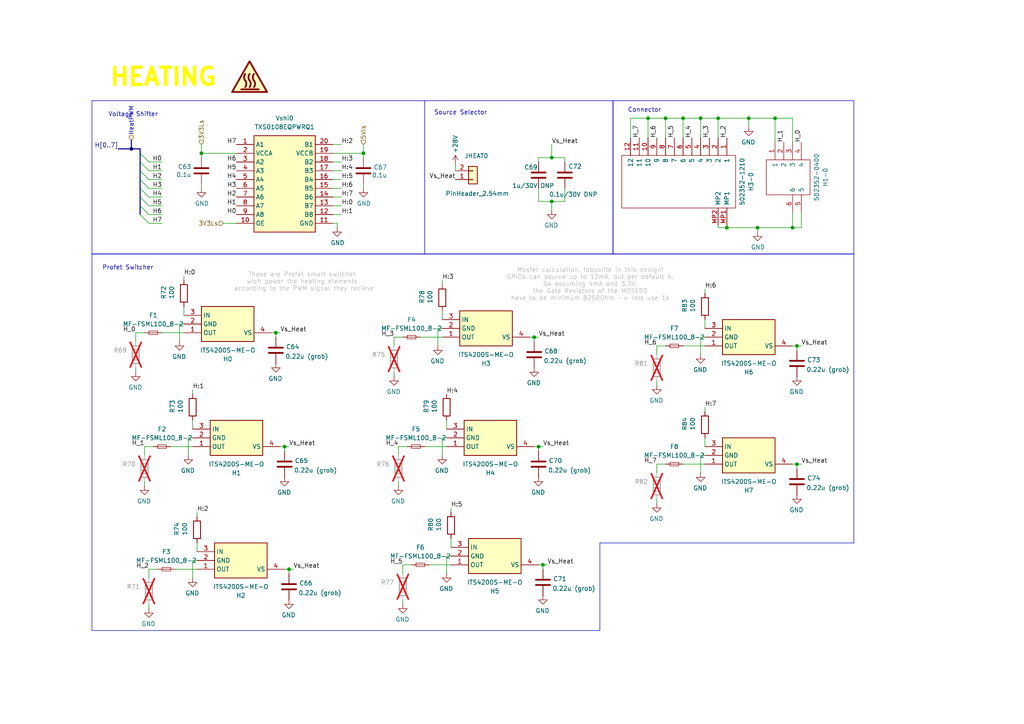
<source format=kicad_sch>
(kicad_sch (version 20231120) (generator "eeschema") (generator_version "8.0")
  (paper "A4")
  (lib_symbols
    (symbol "Connector_Generic:Conn_01x02" (pin_names (offset 1.016) hide)
      (property "Reference" "J" (at 0 2.54 0))
      (property "Value" "Conn_01x02" (at 0 -5.08 0))
      (symbol "Conn_01x02_1_1"
        (rectangle (start -1.27 -2.413) (end 0 -2.667) (stroke (width 0.1524)))
        (rectangle (start -1.27 0.127) (end 0 -0.127) (stroke (width 0.1524)))
        (rectangle (start -1.27 1.27) (end 1.27 -3.81) (stroke (width 0.254)) (fill (type background)))
        (pin passive line (at -5.08 0 0) (length 3.81) (name "Pin_1") (number "1"))
        (pin passive line (at -5.08 -2.54 0) (length 3.81) (name "Pin_2") (number "2"))
      )
    )
    (symbol "Device:C" (pin_numbers hide) (pin_names (offset 0.254))
      (property "Reference" "C" (at 0.635 2.54 0))
      (property "Value" "C" (at 0.635 -2.54 0))
      (symbol "C_0_1"
        (polyline (pts (xy -2.032 -0.762) (xy 2.032 -0.762)) (stroke (width 0.508)))
        (polyline (pts (xy -2.032 0.762) (xy 2.032 0.762)) (stroke (width 0.508)))
      )
      (symbol "C_1_1"
        (pin passive line (at 0 3.81 270) (length 2.794) (name "~") (number "1"))
        (pin passive line (at 0 -3.81 90) (length 2.794) (name "~") (number "2"))
      )
    )
    (symbol "Device:Fuse_Small" (pin_numbers hide) (pin_names (offset 0.254) hide)
      (property "Reference" "F" (at 0 -1.524 0))
      (property "Value" "Fuse_Small" (at 0 1.524 0))
      (symbol "Fuse_Small_0_1"
        (rectangle (start -1.27 0.508) (end 1.27 -0.508))
        (polyline (pts (xy -1.27 0) (xy 1.27 0)))
      )
      (symbol "Fuse_Small_1_1"
        (pin passive line (at -2.54 0 0) (length 1.27) (name "~") (number "1"))
        (pin passive line (at 2.54 0 180) (length 1.27) (name "~") (number "2"))
      )
    )
    (symbol "Device:Heater" (pin_numbers hide) (pin_names (offset 0))
      (property "Reference" "R" (at 2.032 0 90))
      (property "Value" "Heater" (at -2.032 0 90))
      (symbol "Heater_0_1"
        (rectangle (start -1.016 -2.54) (end 1.016 2.54) (stroke (width 0.254)))
        (polyline (pts (xy -1.016 1.524) (xy 1.016 1.524)))
        (polyline (pts (xy 1.016 -1.524) (xy -1.016 -1.524)))
        (polyline (pts (xy 1.016 -0.508) (xy -1.016 -0.508)))
        (polyline (pts (xy 1.016 0.508) (xy -1.016 0.508)))
      )
      (symbol "Heater_1_1"
        (pin passive line (at 0 3.81 270) (length 1.27) (name "~") (number "1"))
        (pin passive line (at 0 -3.81 90) (length 1.27) (name "~") (number "2"))
      )
    )
    (symbol "Device:R" (pin_numbers hide) (pin_names (offset 0))
      (property "Reference" "R" (at 2.032 0 90))
      (property "Value" "R" (at 0 0 90))
      (symbol "R_0_1"
        (rectangle (start -1.016 -2.54) (end 1.016 2.54) (stroke (width 0.254)))
      )
      (symbol "R_1_1"
        (pin passive line (at 0 3.81 270) (length 1.27) (name "~") (number "1"))
        (pin passive line (at 0 -3.81 90) (length 1.27) (name "~") (number "2"))
      )
    )
    (symbol "Graphic:SYM_Hot_Large" (on_board no)
      (symbol "SYM_Hot_Large_0_1"
        (arc (start -1.27 -3.683) (mid -0.9449 -2.728) (end -1.27 -1.778) (stroke (width 0.508)))
        (arc (start -1.27 0.127) (mid -1.5951 -0.828) (end -1.27 -1.778) (stroke (width 0.508)))
        (arc (start 0 -3.683) (mid 0.3251 -2.728) (end 0 -1.778) (stroke (width 0.508)))
        (polyline (pts (xy -2.413 -4.318) (xy 2.667 -4.318)) (stroke (width 0.508)))
        (polyline (pts (xy -5.08 -5.08) (xy 5.08 -5.08) (xy 0 3.81) (xy -5.08 -5.08)) (stroke (width 0.508)) (fill (type background)))
        (arc (start 0 0.127) (mid -0.3251 -0.828) (end 0 -1.778) (stroke (width 0.508)))
        (arc (start 1.27 -3.683) (mid 1.5951 -2.728) (end 1.27 -1.778) (stroke (width 0.508)))
        (arc (start 1.27 0.127) (mid 0.9449 -0.828) (end 1.27 -1.778) (stroke (width 0.508)))
      )
    )
    (symbol "SamacSys_Parts:502352-0400" (pin_names (offset 0.762))
      (property "Reference" "J" (at 16.51 7.62 0))
      (property "Value" "502352-0400" (at 16.51 5.08 0))
      (symbol "502352-0400_0_0"
        (pin passive line (at 20.32 -7.62 180) (length 5.08) (name "1") (number "1"))
        (pin passive line (at 20.32 -5.08 180) (length 5.08) (name "2") (number "2"))
        (pin passive line (at 20.32 -2.54 180) (length 5.08) (name "3") (number "3"))
        (pin passive line (at 20.32 0 180) (length 5.08) (name "4") (number "4"))
        (pin passive line (at 0 0 0) (length 5.08) (name "5") (number "5"))
        (pin passive line (at 0 -2.54 0) (length 5.08) (name "6") (number "6"))
      )
      (symbol "502352-0400_0_1"
        (polyline (pts (xy 5.08 2.54) (xy 15.24 2.54) (xy 15.24 -10.16) (xy 5.08 -10.16) (xy 5.08 2.54)) (stroke (width 0.1524)))
      )
    )
    (symbol "SamacSys_Parts:502352-1210" (pin_names (offset 0.762))
      (property "Reference" "J" (at 21.59 7.62 0))
      (property "Value" "502352-1210" (at 21.59 5.08 0))
      (symbol "502352-1210_0_0"
        (pin passive line (at 25.4 0 180) (length 5.08) (name "1") (number "1"))
        (pin passive line (at 25.4 -22.86 180) (length 5.08) (name "10") (number "10"))
        (pin passive line (at 25.4 -25.4 180) (length 5.08) (name "11") (number "11"))
        (pin passive line (at 25.4 -27.94 180) (length 5.08) (name "12") (number "12"))
        (pin passive line (at 25.4 -2.54 180) (length 5.08) (name "2") (number "2"))
        (pin passive line (at 25.4 -5.08 180) (length 5.08) (name "3") (number "3"))
        (pin passive line (at 25.4 -7.62 180) (length 5.08) (name "4") (number "4"))
        (pin passive line (at 25.4 -10.16 180) (length 5.08) (name "5") (number "5"))
        (pin passive line (at 25.4 -12.7 180) (length 5.08) (name "6") (number "6"))
        (pin passive line (at 25.4 -15.24 180) (length 5.08) (name "7") (number "7"))
        (pin passive line (at 25.4 -17.78 180) (length 5.08) (name "8") (number "8"))
        (pin passive line (at 25.4 -20.32 180) (length 5.08) (name "9") (number "9"))
        (pin passive line (at 0 0 0) (length 5.08) (name "MP1") (number "MP1"))
        (pin passive line (at 0 -2.54 0) (length 5.08) (name "MP2") (number "MP2"))
      )
      (symbol "502352-1210_0_1"
        (polyline (pts (xy 5.08 2.54) (xy 20.32 2.54) (xy 20.32 -30.48) (xy 5.08 -30.48) (xy 5.08 2.54)) (stroke (width 0.1524)))
      )
    )
    (symbol "SamacSys_Parts:ITS4200S-ME-O"
      (property "Reference" "IC" (at 21.59 7.62 0))
      (property "Value" "ITS4200S-ME-O" (at 21.59 5.08 0))
      (symbol "ITS4200S-ME-O_1_1"
        (rectangle (start 5.08 2.54) (end 20.32 -7.62) (stroke (width 0.254)) (fill (type background)))
        (pin passive line (at 0 0 0) (length 5.08) (name "OUT") (number "1"))
        (pin passive line (at 0 -2.54 0) (length 5.08) (name "GND") (number "2"))
        (pin passive line (at 0 -5.08 0) (length 5.08) (name "IN") (number "3"))
        (pin passive line (at 25.4 0 180) (length 5.08) (name "VS") (number "4"))
      )
    )
    (symbol "SamacSys_Parts:TXS0108EQPWRQ1"
      (property "Reference" "IC" (at 24.13 7.62 0))
      (property "Value" "TXS0108EQPWRQ1" (at 24.13 5.08 0))
      (symbol "TXS0108EQPWRQ1_1_1"
        (rectangle (start 5.08 2.54) (end 22.86 -25.4) (stroke (width 0.254)) (fill (type background)))
        (pin bidirectional line (at 0 0 0) (length 5.08) (name "A1") (number "1"))
        (pin input line (at 0 -22.86 0) (length 5.08) (name "OE") (number "10"))
        (pin power_in line (at 27.94 -22.86 180) (length 5.08) (name "GND") (number "11"))
        (pin bidirectional line (at 27.94 -20.32 180) (length 5.08) (name "B8") (number "12"))
        (pin bidirectional line (at 27.94 -17.78 180) (length 5.08) (name "B7") (number "13"))
        (pin bidirectional line (at 27.94 -15.24 180) (length 5.08) (name "B6") (number "14"))
        (pin bidirectional line (at 27.94 -12.7 180) (length 5.08) (name "B5") (number "15"))
        (pin bidirectional line (at 27.94 -10.16 180) (length 5.08) (name "B4") (number "16"))
        (pin bidirectional line (at 27.94 -7.62 180) (length 5.08) (name "B3") (number "17"))
        (pin bidirectional line (at 27.94 -5.08 180) (length 5.08) (name "B2") (number "18"))
        (pin power_in line (at 27.94 -2.54 180) (length 5.08) (name "VCCB") (number "19"))
        (pin power_in line (at 0 -2.54 0) (length 5.08) (name "VCCA") (number "2"))
        (pin bidirectional line (at 27.94 0 180) (length 5.08) (name "B1") (number "20"))
        (pin bidirectional line (at 0 -5.08 0) (length 5.08) (name "A2") (number "3"))
        (pin bidirectional line (at 0 -7.62 0) (length 5.08) (name "A3") (number "4"))
        (pin bidirectional line (at 0 -10.16 0) (length 5.08) (name "A4") (number "5"))
        (pin bidirectional line (at 0 -12.7 0) (length 5.08) (name "A5") (number "6"))
        (pin bidirectional line (at 0 -15.24 0) (length 5.08) (name "A6") (number "7"))
        (pin bidirectional line (at 0 -17.78 0) (length 5.08) (name "A7") (number "8"))
        (pin bidirectional line (at 0 -20.32 0) (length 5.08) (name "A8") (number "9"))
      )
    )
    (symbol "power:+28V" (power) (pin_numbers hide) (pin_names (offset 0) hide)
      (property "Value" "+28V" (at 0 3.556 0))
      (symbol "+28V_0_1"
        (polyline (pts (xy -0.762 1.27) (xy 0 2.54)))
        (polyline (pts (xy 0 0) (xy 0 2.54)))
        (polyline (pts (xy 0 2.54) (xy 0.762 1.27)))
      )
      (symbol "+28V_1_1"
        (pin power_in line (at 0 0 90) (length 0) (name "~") (number "1"))
      )
    )
    (symbol "power:GND" (power) (pin_numbers hide) (pin_names (offset 0) hide)
      (property "Value" "GND" (at 0 -3.81 0))
      (symbol "GND_0_1"
        (polyline (pts (xy 0 0) (xy 0 -1.27) (xy 1.27 -1.27) (xy 0 -2.54) (xy -1.27 -1.27) (xy 0 -1.27)))
      )
      (symbol "GND_1_1"
        (pin power_in line (at 0 0 270) (length 0) (name "~") (number "1"))
      )
    )
  )
  (junction (at 80.01 96.52))
  (junction (at 58.42 44.45))
  (junction (at 210.82 66.04))
  (junction (at 224.79 34.29))
  (junction (at 217.17 34.29))
  (junction (at 82.55 129.54))
  (junction (at 198.12 34.29))
  (junction (at 219.71 66.04))
  (junction (at 83.82 165.1))
  (junction (at 156.21 129.54))
  (junction (at 187.96 34.29))
  (junction (at 105.41 44.45))
  (junction (at 208.28 34.29))
  (junction (at 157.48 163.83))
  (junction (at 231.14 100.33))
  (junction (at 38.1 43.18))
  (junction (at 160.02 58.42))
  (junction (at 229.87 66.04))
  (junction (at 160.02 45.72))
  (junction (at 203.2 34.29))
  (junction (at 154.94 97.79))
  (junction (at 231.14 134.62))
  (junction (at 193.04 34.29))
  (bus_entry (at 43.18 52.07) (size -2.54 -2.54))
  (bus_entry (at 43.18 57.15) (size -2.54 -2.54))
  (bus_entry (at 43.18 59.69) (size -2.54 -2.54))
  (bus_entry (at 40.64 44.45) (size 2.54 2.54))
  (bus_entry (at 43.18 49.53) (size -2.54 -2.54))
  (bus_entry (at 43.18 64.77) (size -2.54 -2.54))
  (bus_entry (at 43.18 62.23) (size -2.54 -2.54))
  (bus_entry (at 43.18 54.61) (size -2.54 -2.54))
  (wire (pts (xy 99.06 54.61) (xy 96.52 54.61)))
  (wire (pts (xy 57.15 157.48) (xy 57.15 160.02)))
  (wire (pts (xy 54.61 132.08) (xy 54.61 127)))
  (wire (pts (xy 121.92 97.79) (xy 128.27 97.79)))
  (wire (pts (xy 210.82 66.04) (xy 208.28 66.04)))
  (wire (pts (xy 97.79 64.77) (xy 97.79 66.04)))
  (wire (pts (xy 217.17 36.83) (xy 217.17 34.29)))
  (wire (pts (xy 160.02 58.42) (xy 156.21 58.42)))
  (wire (pts (xy 130.81 156.21) (xy 130.81 158.75)))
  (wire (pts (xy 232.41 66.04) (xy 229.87 66.04)))
  (wire (pts (xy 39.37 107.95) (xy 39.37 106.68)))
  (wire (pts (xy 187.96 34.29) (xy 182.88 34.29)))
  (wire (pts (xy 97.79 64.77) (xy 96.52 64.77)))
  (wire (pts (xy 64.77 64.77) (xy 68.58 64.77)))
  (wire (pts (xy 55.88 167.64) (xy 55.88 162.56)))
  (wire (pts (xy 204.47 127) (xy 204.47 129.54)))
  (wire (pts (xy 99.06 57.15) (xy 96.52 57.15)))
  (wire (pts (xy 129.54 166.37) (xy 129.54 161.29)))
  (wire (pts (xy 219.71 66.04) (xy 219.71 67.31)))
  (wire (pts (xy 46.99 62.23) (xy 43.18 62.23)))
  (wire (pts (xy 39.37 96.52) (xy 41.91 96.52)))
  (wire (pts (xy 157.48 165.1) (xy 157.48 163.83)))
  (bus (pts (xy 40.64 59.69) (xy 40.64 62.23)))
  (polyline (pts (xy 173.99 182.88) (xy 173.99 157.48)))
  (wire (pts (xy 229.87 100.33) (xy 231.14 100.33)))
  (wire (pts (xy 163.83 58.42) (xy 163.83 54.61)))
  (wire (pts (xy 163.83 58.42) (xy 160.02 58.42)))
  (wire (pts (xy 127 95.25) (xy 128.27 95.25)))
  (wire (pts (xy 127 100.33) (xy 127 95.25)))
  (wire (pts (xy 41.91 129.54) (xy 41.91 132.08)))
  (wire (pts (xy 190.5 134.62) (xy 193.04 134.62)))
  (wire (pts (xy 99.06 52.07) (xy 96.52 52.07)))
  (wire (pts (xy 224.79 41.275) (xy 224.79 34.29)))
  (wire (pts (xy 99.06 62.23) (xy 96.52 62.23)))
  (polyline (pts (xy 173.99 157.48) (xy 247.65 157.48)))
  (wire (pts (xy 154.94 129.54) (xy 156.21 129.54)))
  (wire (pts (xy 83.82 166.37) (xy 83.82 165.1)))
  (wire (pts (xy 115.57 140.97) (xy 115.57 139.7)))
  (wire (pts (xy 217.17 34.29) (xy 208.28 34.29)))
  (wire (pts (xy 204.47 92.71) (xy 204.47 95.25)))
  (wire (pts (xy 129.54 121.92) (xy 129.54 124.46)))
  (bus (pts (xy 38.1 43.18) (xy 38.1 40.64)))
  (wire (pts (xy 82.55 129.54) (xy 83.82 129.54)))
  (wire (pts (xy 124.46 163.83) (xy 130.81 163.83)))
  (wire (pts (xy 208.28 66.04) (xy 208.28 65.405)))
  (wire (pts (xy 182.88 40.005) (xy 182.88 34.29)))
  (wire (pts (xy 105.41 44.45) (xy 105.41 45.72)))
  (wire (pts (xy 105.41 41.91) (xy 105.41 44.45)))
  (wire (pts (xy 203.2 137.16) (xy 203.2 132.08)))
  (wire (pts (xy 156.21 129.54) (xy 157.48 129.54)))
  (wire (pts (xy 154.94 97.79) (xy 156.21 97.79)))
  (wire (pts (xy 58.42 53.34) (xy 58.42 54.61)))
  (wire (pts (xy 229.87 134.62) (xy 231.14 134.62)))
  (wire (pts (xy 55.88 121.92) (xy 55.88 124.46)))
  (wire (pts (xy 132.08 47.625) (xy 132.08 49.53)))
  (wire (pts (xy 115.57 129.54) (xy 115.57 132.08)))
  (bus (pts (xy 40.64 57.15) (xy 40.64 59.69)))
  (wire (pts (xy 231.14 101.6) (xy 231.14 100.33)))
  (wire (pts (xy 105.41 53.34) (xy 105.41 54.61)))
  (wire (pts (xy 53.34 88.9) (xy 53.34 91.44)))
  (wire (pts (xy 128.27 127) (xy 129.54 127)))
  (wire (pts (xy 78.74 96.52) (xy 80.01 96.52)))
  (wire (pts (xy 160.02 58.42) (xy 160.02 60.96)))
  (wire (pts (xy 43.18 176.53) (xy 43.18 175.26)))
  (wire (pts (xy 54.61 127) (xy 55.88 127)))
  (wire (pts (xy 49.53 129.54) (xy 55.88 129.54)))
  (wire (pts (xy 156.21 163.83) (xy 157.48 163.83)))
  (wire (pts (xy 153.67 97.79) (xy 154.94 97.79)))
  (wire (pts (xy 190.5 146.05) (xy 190.5 144.78)))
  (bus (pts (xy 40.64 54.61) (xy 40.64 57.15)))
  (wire (pts (xy 68.58 44.45) (xy 58.42 44.45)))
  (wire (pts (xy 53.34 81.28) (xy 53.34 80.01)))
  (wire (pts (xy 190.5 100.33) (xy 190.5 102.87)))
  (wire (pts (xy 52.07 93.98) (xy 53.34 93.98)))
  (wire (pts (xy 198.12 100.33) (xy 204.47 100.33)))
  (wire (pts (xy 80.01 96.52) (xy 81.28 96.52)))
  (wire (pts (xy 198.12 40.005) (xy 198.12 34.29)))
  (wire (pts (xy 229.87 41.275) (xy 229.87 34.29)))
  (wire (pts (xy 160.02 41.91) (xy 160.02 45.72)))
  (wire (pts (xy 96.52 46.99) (xy 99.06 46.99)))
  (wire (pts (xy 123.19 129.54) (xy 129.54 129.54)))
  (wire (pts (xy 160.02 45.72) (xy 163.83 45.72)))
  (wire (pts (xy 41.91 129.54) (xy 44.45 129.54)))
  (wire (pts (xy 190.5 111.76) (xy 190.5 110.49)))
  (wire (pts (xy 157.48 163.83) (xy 158.75 163.83)))
  (wire (pts (xy 82.55 130.81) (xy 82.55 129.54)))
  (polyline (pts (xy 26.67 73.66) (xy 26.67 182.88)))
  (wire (pts (xy 116.84 175.26) (xy 116.84 173.99)))
  (bus (pts (xy 40.64 43.18) (xy 38.1 43.18)))
  (wire (pts (xy 163.83 45.72) (xy 163.83 46.99)))
  (wire (pts (xy 81.28 129.54) (xy 82.55 129.54)))
  (wire (pts (xy 129.54 161.29) (xy 130.81 161.29)))
  (wire (pts (xy 41.91 140.97) (xy 41.91 139.7)))
  (wire (pts (xy 193.04 34.29) (xy 187.96 34.29)))
  (bus (pts (xy 40.64 49.53) (xy 40.64 52.07)))
  (wire (pts (xy 208.28 34.29) (xy 203.2 34.29)))
  (wire (pts (xy 99.06 59.69) (xy 96.52 59.69)))
  (polyline (pts (xy 247.65 157.48) (xy 247.65 73.66)))
  (wire (pts (xy 193.04 40.005) (xy 193.04 34.29)))
  (wire (pts (xy 55.88 162.56) (xy 57.15 162.56)))
  (wire (pts (xy 224.79 34.29) (xy 217.17 34.29)))
  (bus (pts (xy 40.64 43.18) (xy 40.64 44.45)))
  (wire (pts (xy 156.21 130.81) (xy 156.21 129.54)))
  (wire (pts (xy 190.5 134.62) (xy 190.5 137.16)))
  (wire (pts (xy 203.2 97.79) (xy 204.47 97.79)))
  (wire (pts (xy 204.47 119.38) (xy 204.47 118.11)))
  (wire (pts (xy 46.99 49.53) (xy 43.18 49.53)))
  (wire (pts (xy 58.42 41.91) (xy 58.42 44.45)))
  (wire (pts (xy 156.21 46.99) (xy 156.21 45.72)))
  (polyline (pts (xy 26.67 73.66) (xy 247.65 73.66)))
  (wire (pts (xy 58.42 44.45) (xy 58.42 45.72)))
  (wire (pts (xy 208.28 40.005) (xy 208.28 34.29)))
  (wire (pts (xy 219.71 66.04) (xy 210.82 66.04)))
  (wire (pts (xy 105.41 44.45) (xy 96.52 44.45)))
  (bus (pts (xy 40.64 44.45) (xy 40.64 46.99)))
  (wire (pts (xy 128.27 132.08) (xy 128.27 127)))
  (wire (pts (xy 115.57 129.54) (xy 118.11 129.54)))
  (wire (pts (xy 219.71 66.04) (xy 229.87 66.04)))
  (wire (pts (xy 224.79 34.29) (xy 229.87 34.29)))
  (wire (pts (xy 55.88 114.3) (xy 55.88 113.03)))
  (wire (pts (xy 198.12 34.29) (xy 203.2 34.29)))
  (wire (pts (xy 114.3 109.22) (xy 114.3 107.95)))
  (wire (pts (xy 231.14 100.33) (xy 232.41 100.33)))
  (wire (pts (xy 156.21 45.72) (xy 160.02 45.72)))
  (wire (pts (xy 39.37 96.52) (xy 39.37 99.06)))
  (wire (pts (xy 57.15 149.86) (xy 57.15 148.59)))
  (wire (pts (xy 128.27 90.17) (xy 128.27 92.71)))
  (wire (pts (xy 198.12 34.29) (xy 193.04 34.29)))
  (wire (pts (xy 203.2 132.08) (xy 204.47 132.08)))
  (polyline (pts (xy 26.67 182.88) (xy 173.99 182.88)))
  (wire (pts (xy 114.3 97.79) (xy 116.84 97.79)))
  (wire (pts (xy 229.87 66.04) (xy 229.87 61.595)))
  (wire (pts (xy 52.07 99.06) (xy 52.07 93.98)))
  (wire (pts (xy 203.2 102.87) (xy 203.2 97.79)))
  (wire (pts (xy 46.99 59.69) (xy 43.18 59.69)))
  (wire (pts (xy 46.99 96.52) (xy 53.34 96.52)))
  (wire (pts (xy 204.47 83.82) (xy 204.47 85.09)))
  (wire (pts (xy 128.27 82.55) (xy 128.27 81.28)))
  (wire (pts (xy 187.96 40.005) (xy 187.96 34.29)))
  (wire (pts (xy 82.55 165.1) (xy 83.82 165.1)))
  (wire (pts (xy 43.18 46.99) (xy 46.99 46.99)))
  (wire (pts (xy 46.99 52.07) (xy 43.18 52.07)))
  (wire (pts (xy 99.06 41.91) (xy 96.52 41.91)))
  (wire (pts (xy 232.41 66.04) (xy 232.41 61.595)))
  (wire (pts (xy 43.18 165.1) (xy 43.18 167.64)))
  (wire (pts (xy 99.06 49.53) (xy 96.52 49.53)))
  (wire (pts (xy 203.2 40.005) (xy 203.2 34.29)))
  (wire (pts (xy 231.14 135.89) (xy 231.14 134.62)))
  (wire (pts (xy 116.84 163.83) (xy 119.38 163.83)))
  (bus (pts (xy 40.64 46.99) (xy 40.64 49.53)))
  (bus (pts (xy 40.64 54.61) (xy 40.64 52.07)))
  (wire (pts (xy 80.01 97.79) (xy 80.01 96.52)))
  (wire (pts (xy 154.94 99.06) (xy 154.94 97.79)))
  (wire (pts (xy 43.18 64.77) (xy 46.99 64.77)))
  (bus (pts (xy 34.29 43.18) (xy 38.1 43.18)))
  (wire (pts (xy 43.18 165.1) (xy 45.72 165.1)))
  (wire (pts (xy 83.82 165.1) (xy 85.09 165.1)))
  (wire (pts (xy 46.99 57.15) (xy 43.18 57.15)))
  (wire (pts (xy 231.14 134.62) (xy 232.41 134.62)))
  (wire (pts (xy 114.3 97.79) (xy 114.3 100.33)))
  (wire (pts (xy 116.84 163.83) (xy 116.84 166.37)))
  (wire (pts (xy 130.81 148.59) (xy 130.81 147.32)))
  (wire (pts (xy 210.82 65.405) (xy 210.82 66.04)))
  (wire (pts (xy 198.12 134.62) (xy 204.47 134.62)))
  (wire (pts (xy 50.8 165.1) (xy 57.15 165.1)))
  (wire (pts (xy 46.99 54.61) (xy 43.18 54.61)))
  (wire (pts (xy 190.5 100.33) (xy 193.04 100.33)))
  (wire (pts (xy 156.21 58.42) (xy 156.21 54.61)))
  (rectangle (start 177.8 29.21) (end 247.65 73.66))
  (rectangle (start 123.19 29.21) (end 177.8 73.66))
  (rectangle (start 26.67 29.21) (end 123.19 73.66))
  (text "Voltage Shifter" (at 38.608 33.274 0) (effects (font (size 1.27 1.27))))
  (text "Profet Switcher" (at 37.084 77.724 0) (effects (font (size 1.27 1.27))))
  (text "Source Selector" (at 133.604 32.766 0) (effects (font (size 1.27 1.27))))
  (text "Mosfet calculation, !obsolite in this design!\nGPIOs can source up to 12mA, but per default 4.\nSo assuming 4mA and 3.3V,\n the Gate Resistors of the MOSEDS \nhave to be minimum 8250Ohm -> lets use 1k" (at 171.196 82.55 0) (effects (font (size 1.27 1.27))))
  (text "These are Profet smart switcher \nwich power the heating elements \naccording to the PWM signal they recieve" (at 88.138 81.788 0) (effects (font (size 1.27 1.27))))
  (text "HEATING" (at 63.246 25.4 0) (effects (font (size 5 5) (thickness 1) (bold yes)) (justify right bottom)))
  (text "Connector\n" (at 186.944 32.004 0) (effects (font (size 1.27 1.27))))
  (label "H[0..7]" (at 34.29 43.18 180))
  (label "H2" (at 46.99 52.07 180))
  (label "Vs_Heat" (at 83.82 129.54 0))
  (label "Vs_Heat" (at 232.41 100.33 0))
  (label "H_3" (at 205.74 40.005 90))
  (label "H:5" (at 130.81 147.32 0))
  (label "Vs_Heat" (at 160.02 41.91 0))
  (label "H_4" (at 200.66 40.005 90))
  (label "H:2" (at 57.15 148.59 0))
  (label "H_6" (at 190.5 40.005 90))
  (label "H:5" (at 99.06 52.07 0))
  (label "H:1" (at 99.06 62.23 0))
  (label "H:0" (at 53.34 80.01 0))
  (label "H:7" (at 204.47 118.11 0))
  (label "Vs_Heat" (at 81.28 96.52 0))
  (label "H:7" (at 99.06 57.15 0))
  (label "H_5" (at 116.84 163.83 180))
  (label "H_7" (at 190.5 134.62 180))
  (label "H_0" (at 232.41 41.275 90))
  (label "H1" (at 46.99 49.53 180))
  (label "H:0" (at 99.06 59.69 0))
  (label "H:6" (at 99.06 54.61 0))
  (label "H_6" (at 190.5 100.33 180))
  (label "H:3" (at 99.06 46.99 0))
  (label "H:3" (at 128.27 81.28 0))
  (label "H_1" (at 227.33 41.275 90))
  (label "H:6" (at 204.47 83.82 0))
  (label "H:2" (at 99.06 41.91 0))
  (label "H:4" (at 99.06 49.53 0))
  (label "Vs_Heat" (at 156.21 97.79 0))
  (label "H_0" (at 39.37 96.52 180))
  (label "H:1" (at 55.88 113.03 0))
  (label "H4" (at 68.58 52.07 180))
  (label "Vs_Heat" (at 232.41 134.62 0))
  (label "Vs_Heat" (at 132.08 52.07 180))
  (label "H_7" (at 185.42 40.005 90))
  (label "H6" (at 68.58 46.99 180))
  (label "H5" (at 68.58 49.53 180))
  (label "H5" (at 46.99 59.69 180))
  (label "H_4" (at 115.57 129.54 180))
  (label "H1" (at 68.58 59.69 180))
  (label "H_2" (at 43.18 165.1 180))
  (label "Vs_Heat" (at 158.75 163.83 0))
  (label "H3" (at 46.99 54.61 180))
  (label "H3" (at 68.58 54.61 180))
  (label "H6" (at 46.99 62.23 180))
  (label "H7" (at 46.99 64.77 180))
  (label "H2" (at 68.58 57.15 180))
  (label "H_2" (at 210.82 40.005 90))
  (label "H_1" (at 41.91 129.54 180))
  (label "H7" (at 68.58 41.91 180))
  (label "H0" (at 68.58 62.23 180))
  (label "Vs_Heat" (at 85.09 165.1 0))
  (label "H4" (at 46.99 57.15 180))
  (label "H_5" (at 195.58 40.005 90))
  (label "H0" (at 46.99 46.99 180))
  (label "H_3" (at 114.3 97.79 180))
  (label "Vs_Heat" (at 157.48 129.54 0))
  (label "H:4" (at 129.54 114.3 0))
  (hierarchical_label "HeatPWM" (shape input) (at 38.1 40.64 90))
  (hierarchical_label "5Vls" (shape input) (at 105.41 41.91 90))
  (hierarchical_label "3V3Ls" (shape input) (at 64.77 64.77 180))
  (hierarchical_label "3V3Ls" (shape input) (at 58.42 41.91 90))
  (symbol (lib_id "Device:Heater") (at 39.37 102.87 0) (mirror y) (unit 1) (exclude_from_sim yes) (in_bom no) (on_board no) (dnp yes)
    (property "Reference" "R69" (at 36.83 101.5999 0) (effects (justify left)))
    (property "Value" "Heater" (effects (hide yes)))
    (property "Description" "Resistive heater" (effects (hide yes)))
  )
  (symbol (lib_id "Device:Fuse_Small") (at 121.92 163.83 180) (unit 1)
    (property "Reference" "F6" (at 121.92 158.75 0))
    (property "Value" "MF-FSML100_8-2" (at 121.92 161.29 0))
    (property "Footprint" "SamacSys_Parts:FUSC1608X70N" (effects (hide yes)))
    (property "Description" "Fuse, small symbol" (effects (hide yes)))
    (property "Height" "0.7" (effects (hide yes)))
    (property "Mouser Part Number" "652-MF-FSML100/8-2" (effects (hide yes)))
    (property "Mouser Price/Stock" "https://www.mouser.co.uk/ProductDetail/Bourns/MF-FSML100-8-2?qs=EBDBlbfErPzIwKpEUXHByQ%3D%3D" (effects (hide yes)))
    (property "Manufacturer_Name" "Bourns" (effects (hide yes)))
    (property "Manufacturer_Part_Number" "MF-FSML100/8-2" (effects (hide yes)))
  )
  (symbol (lib_id "Device:R") (at 204.47 123.19 180) (unit 1)
    (property "Reference" "R84" (at 198.6026 122.936 90))
    (property "Value" "100" (at 200.914 122.936 90))
    (property "Footprint" "Resistor_SMD:R_0603_1608Metric_Pad0.98x0.95mm_HandSolder" (effects (hide yes)))
    (property "Description" "Resistor" (effects (hide yes)))
  )
  (symbol (lib_id "power:GND") (at 80.01 105.41 0) (mirror y) (unit 1)
    (property "Reference" "#PWR0101" (effects (hide yes)))
    (property "Value" "GND" (at 79.883 109.8042 0))
    (property "Description" "Power symbol creates a global label with name \"GND\" , ground" (effects (hide yes)))
  )
  (symbol (lib_id "power:GND") (at 157.48 172.72 0) (mirror y) (unit 1)
    (property "Reference" "#PWR0115" (effects (hide yes)))
    (property "Value" "GND" (at 157.353 177.1142 0))
    (property "Description" "Power symbol creates a global label with name \"GND\" , ground" (effects (hide yes)))
  )
  (symbol (lib_id "Device:C") (at 58.42 49.53 0) (mirror y) (unit 1)
    (property "Reference" "C63" (at 55.499 48.3616 0) (effects (justify left)))
    (property "Value" "0.1u" (at 55.499 50.673 0) (effects (justify left)))
    (property "Footprint" "Capacitor_SMD:C_0402_1005Metric" (effects (hide yes)))
    (property "Description" "Unpolarized capacitor" (effects (hide yes)))
  )
  (symbol (lib_id "Device:C") (at 231.14 105.41 0) (mirror y) (unit 1)
    (property "Reference" "C73" (at 237.998 104.394 0) (effects (justify left)))
    (property "Value" "0.22u (grob)" (at 246.38 107.188 0) (effects (justify left)))
    (property "Footprint" "Capacitor_SMD:C_0402_1005Metric" (effects (hide yes)))
    (property "Description" "Unpolarized capacitor" (effects (hide yes)))
  )
  (symbol (lib_id "SamacSys_Parts:502352-0400") (at 232.41 61.595 270) (mirror x) (unit 1)
    (property "Reference" "H1-0" (at 239.395 51.435 0))
    (property "Value" "502352-0400" (at 236.855 51.435 0))
    (property "Footprint" "SamacSys_Parts:5023520400" (effects (hide yes)))
    (property "Datasheet" "https://www.molex.com/webdocs/datasheets/pdf/en-us/5023520400_PCB_HEADERS.pdf" (effects (hide yes)))
    (property "Description" "Molex DURACLIK 502352, 2mm Pitch, 4 Way, 1 Row, Right Angle PCB Header, Surface Mount" (effects (hide yes)))
    (property "Height" "6" (effects (hide yes)))
    (property "Mouser Part Number" "538-502352-0400" (effects (hide yes)))
    (property "Mouser Price/Stock" "https://www.mouser.co.uk/ProductDetail/Molex/502352-0400?qs=trbuaetfxXR36zZJ3J6CsQ%3D%3D" (effects (hide yes)))
    (property "Manufacturer_Name" "Molex" (effects (hide yes)))
    (property "Manufacturer_Part_Number" "502352-0400" (effects (hide yes)))
  )
  (symbol (lib_id "Device:C") (at 80.01 101.6 0) (mirror y) (unit 1)
    (property "Reference" "C64" (at 86.868 100.584 0) (effects (justify left)))
    (property "Value" "0.22u (grob)" (at 95.25 103.378 0) (effects (justify left)))
    (property "Footprint" "Capacitor_SMD:C_0402_1005Metric" (effects (hide yes)))
    (property "Description" "Unpolarized capacitor" (effects (hide yes)))
  )
  (symbol (lib_id "SamacSys_Parts:ITS4200S-ME-O") (at 204.47 134.62 0) (mirror x) (unit 1)
    (property "Reference" "H7" (at 217.17 142.24 0))
    (property "Value" "ITS4200S-ME-O" (at 217.17 139.7 0))
    (property "Footprint" "SamacSys_Parts:SOT230P700X170-4N" (effects (hide yes)))
    (property "Datasheet" "https://componentsearchengine.com/Datasheets/1/ITS4200S-ME-O.pdf" (effects (hide yes)))
    (property "Description" "Power Switch ICs - Power Distribution MINI-PROFET" (effects (hide yes)))
    (property "Height" "1.7" (effects (hide yes)))
    (property "Mouser Part Number" "726-ITS4200S-ME-O" (effects (hide yes)))
    (property "Mouser Price/Stock" "https://www.mouser.co.uk/ProductDetail/Infineon-Technologies/ITS4200S-ME-O?qs=XxWtqqdu%2F9F4CfpO3wNNQw%3D%3D" (effects (hide yes)))
    (property "Manufacturer_Name" "Infineon" (effects (hide yes)))
    (property "Manufacturer_Part_Number" "ITS4200S-ME-O" (effects (hide yes)))
  )
  (symbol (lib_id "Device:Heater") (at 115.57 135.89 0) (mirror y) (unit 1) (exclude_from_sim yes) (in_bom no) (on_board no) (dnp yes)
    (property "Reference" "R76" (at 113.03 134.6199 0) (effects (justify left)))
    (property "Value" "Heater" (effects (hide yes)))
    (property "Description" "Resistive heater" (effects (hide yes)))
  )
  (symbol (lib_id "SamacSys_Parts:ITS4200S-ME-O") (at 57.15 165.1 0) (mirror x) (unit 1)
    (property "Reference" "H2" (at 69.85 172.72 0))
    (property "Value" "ITS4200S-ME-O" (at 69.85 170.18 0))
    (property "Footprint" "SamacSys_Parts:SOT230P700X170-4N" (effects (hide yes)))
    (property "Datasheet" "https://componentsearchengine.com/Datasheets/1/ITS4200S-ME-O.pdf" (effects (hide yes)))
    (property "Description" "Power Switch ICs - Power Distribution MINI-PROFET" (effects (hide yes)))
    (property "Height" "1.7" (effects (hide yes)))
    (property "Mouser Part Number" "726-ITS4200S-ME-O" (effects (hide yes)))
    (property "Mouser Price/Stock" "https://www.mouser.co.uk/ProductDetail/Infineon-Technologies/ITS4200S-ME-O?qs=XxWtqqdu%2F9F4CfpO3wNNQw%3D%3D" (effects (hide yes)))
    (property "Manufacturer_Name" "Infineon" (effects (hide yes)))
    (property "Manufacturer_Part_Number" "ITS4200S-ME-O" (effects (hide yes)))
  )
  (symbol (lib_id "power:GND") (at 127 100.33 0) (mirror y) (unit 1)
    (property "Reference" "#PWR0109" (effects (hide yes)))
    (property "Value" "GND" (at 126.873 104.7242 0))
    (property "Description" "Power symbol creates a global label with name \"GND\" , ground" (effects (hide yes)))
  )
  (symbol (lib_id "Device:C") (at 156.21 50.8 180) (unit 1)
    (property "Reference" "C69" (at 155.956 48.514 0) (effects (justify left)))
    (property "Value" "1u/30V DNP" (at 160.782 53.848 0) (effects (justify left)))
    (property "Footprint" "Capacitor_SMD:C_0805_2012Metric_Pad1.18x1.45mm_HandSolder" (effects (hide yes)))
    (property "Description" "Unpolarized capacitor" (effects (hide yes)))
  )
  (symbol (lib_id "Device:C") (at 157.48 168.91 0) (mirror y) (unit 1)
    (property "Reference" "C71" (at 164.338 167.894 0) (effects (justify left)))
    (property "Value" "0.22u (grob)" (at 172.72 170.688 0) (effects (justify left)))
    (property "Footprint" "Capacitor_SMD:C_0402_1005Metric" (effects (hide yes)))
    (property "Description" "Unpolarized capacitor" (effects (hide yes)))
  )
  (symbol (lib_id "Device:Heater") (at 114.3 104.14 0) (mirror y) (unit 1) (exclude_from_sim yes) (in_bom no) (on_board no) (dnp yes)
    (property "Reference" "R75" (at 111.76 102.8699 0) (effects (justify left)))
    (property "Value" "Heater" (effects (hide yes)))
    (property "Description" "Resistive heater" (effects (hide yes)))
  )
  (symbol (lib_id "SamacSys_Parts:ITS4200S-ME-O") (at 204.47 100.33 0) (mirror x) (unit 1)
    (property "Reference" "H6" (at 217.17 107.95 0))
    (property "Value" "ITS4200S-ME-O" (at 217.17 105.41 0))
    (property "Footprint" "SamacSys_Parts:SOT230P700X170-4N" (effects (hide yes)))
    (property "Datasheet" "https://componentsearchengine.com/Datasheets/1/ITS4200S-ME-O.pdf" (effects (hide yes)))
    (property "Description" "Power Switch ICs - Power Distribution MINI-PROFET" (effects (hide yes)))
    (property "Height" "1.7" (effects (hide yes)))
    (property "Mouser Part Number" "726-ITS4200S-ME-O" (effects (hide yes)))
    (property "Mouser Price/Stock" "https://www.mouser.co.uk/ProductDetail/Infineon-Technologies/ITS4200S-ME-O?qs=XxWtqqdu%2F9F4CfpO3wNNQw%3D%3D" (effects (hide yes)))
    (property "Manufacturer_Name" "Infineon" (effects (hide yes)))
    (property "Manufacturer_Part_Number" "ITS4200S-ME-O" (effects (hide yes)))
  )
  (symbol (lib_id "power:GND") (at 154.94 106.68 0) (mirror y) (unit 1)
    (property "Reference" "#PWR0113" (effects (hide yes)))
    (property "Value" "GND" (at 154.813 111.0742 0))
    (property "Description" "Power symbol creates a global label with name \"GND\" , ground" (effects (hide yes)))
  )
  (symbol (lib_id "Device:R") (at 129.54 118.11 180) (unit 1)
    (property "Reference" "R79" (at 123.6726 117.856 90))
    (property "Value" "100" (at 125.984 117.856 90))
    (property "Footprint" "Resistor_SMD:R_0603_1608Metric_Pad0.98x0.95mm_HandSolder" (effects (hide yes)))
    (property "Description" "Resistor" (effects (hide yes)))
  )
  (symbol (lib_id "Device:C") (at 82.55 134.62 0) (mirror y) (unit 1)
    (property "Reference" "C65" (at 89.408 133.604 0) (effects (justify left)))
    (property "Value" "0.22u (grob)" (at 97.79 136.398 0) (effects (justify left)))
    (property "Footprint" "Capacitor_SMD:C_0402_1005Metric" (effects (hide yes)))
    (property "Description" "Unpolarized capacitor" (effects (hide yes)))
  )
  (symbol (lib_id "power:GND") (at 55.88 167.64 0) (mirror y) (unit 1)
    (property "Reference" "#PWR099" (effects (hide yes)))
    (property "Value" "GND" (at 55.753 172.0342 0))
    (property "Description" "Power symbol creates a global label with name \"GND\" , ground" (effects (hide yes)))
  )
  (symbol (lib_id "power:GND") (at 116.84 175.26 0) (mirror y) (unit 1)
    (property "Reference" "#PWR0108" (effects (hide yes)))
    (property "Value" "GND" (at 116.713 179.6542 0))
    (property "Description" "Power symbol creates a global label with name \"GND\" , ground" (effects (hide yes)))
  )
  (symbol (lib_id "Device:R") (at 53.34 85.09 180) (unit 1)
    (property "Reference" "R72" (at 47.4726 84.836 90))
    (property "Value" "100" (at 49.784 84.836 90))
    (property "Footprint" "Resistor_SMD:R_0603_1608Metric_Pad0.98x0.95mm_HandSolder" (effects (hide yes)))
    (property "Description" "Resistor" (effects (hide yes)))
  )
  (symbol (lib_id "Device:Heater") (at 116.84 170.18 0) (mirror y) (unit 1) (exclude_from_sim yes) (in_bom no) (on_board no) (dnp yes)
    (property "Reference" "R77" (at 114.3 168.9099 0) (effects (justify left)))
    (property "Value" "Heater" (effects (hide yes)))
    (property "Description" "Resistive heater" (effects (hide yes)))
  )
  (symbol (lib_id "Device:Fuse_Small") (at 195.58 134.62 180) (unit 1)
    (property "Reference" "F8" (at 195.58 129.54 0))
    (property "Value" "MF-FSML100_8-2" (at 195.58 132.08 0))
    (property "Footprint" "SamacSys_Parts:FUSC1608X70N" (effects (hide yes)))
    (property "Description" "Fuse, small symbol" (effects (hide yes)))
    (property "Height" "0.7" (effects (hide yes)))
    (property "Mouser Part Number" "652-MF-FSML100/8-2" (effects (hide yes)))
    (property "Mouser Price/Stock" "https://www.mouser.co.uk/ProductDetail/Bourns/MF-FSML100-8-2?qs=EBDBlbfErPzIwKpEUXHByQ%3D%3D" (effects (hide yes)))
    (property "Manufacturer_Name" "Bourns" (effects (hide yes)))
    (property "Manufacturer_Part_Number" "MF-FSML100/8-2" (effects (hide yes)))
  )
  (symbol (lib_id "power:GND") (at 97.79 66.04 0) (unit 1)
    (property "Reference" "#PWR0104" (effects (hide yes)))
    (property "Value" "GND" (at 97.917 70.4342 0))
    (property "Description" "Power symbol creates a global label with name \"GND\" , ground" (effects (hide yes)))
  )
  (symbol (lib_id "power:GND") (at 217.17 36.83 0) (mirror y) (unit 1)
    (property "Reference" "#PWR0121" (effects (hide yes)))
    (property "Value" "GND" (at 217.043 41.2242 0))
    (property "Description" "Power symbol creates a global label with name \"GND\" , ground" (effects (hide yes)))
  )
  (symbol (lib_id "power:GND") (at 231.14 143.51 0) (mirror y) (unit 1)
    (property "Reference" "#PWR0124" (effects (hide yes)))
    (property "Value" "GND" (at 231.013 147.9042 0))
    (property "Description" "Power symbol creates a global label with name \"GND\" , ground" (effects (hide yes)))
  )
  (symbol (lib_id "power:GND") (at 128.27 132.08 0) (mirror y) (unit 1)
    (property "Reference" "#PWR0110" (effects (hide yes)))
    (property "Value" "GND" (at 128.143 136.4742 0))
    (property "Description" "Power symbol creates a global label with name \"GND\" , ground" (effects (hide yes)))
  )
  (symbol (lib_id "power:GND") (at 114.3 109.22 0) (mirror y) (unit 1)
    (property "Reference" "#PWR0106" (effects (hide yes)))
    (property "Value" "GND" (at 114.173 113.6142 0))
    (property "Description" "Power symbol creates a global label with name \"GND\" , ground" (effects (hide yes)))
  )
  (symbol (lib_id "Device:R") (at 57.15 153.67 180) (unit 1)
    (property "Reference" "R74" (at 51.2826 153.416 90))
    (property "Value" "100" (at 53.594 153.416 90))
    (property "Footprint" "Resistor_SMD:R_0603_1608Metric_Pad0.98x0.95mm_HandSolder" (effects (hide yes)))
    (property "Description" "Resistor" (effects (hide yes)))
  )
  (symbol (lib_id "power:GND") (at 54.61 132.08 0) (mirror y) (unit 1)
    (property "Reference" "#PWR098" (effects (hide yes)))
    (property "Value" "GND" (at 54.483 136.4742 0))
    (property "Description" "Power symbol creates a global label with name \"GND\" , ground" (effects (hide yes)))
  )
  (symbol (lib_id "SamacSys_Parts:ITS4200S-ME-O") (at 53.34 96.52 0) (mirror x) (unit 1)
    (property "Reference" "H0" (at 66.04 104.14 0))
    (property "Value" "ITS4200S-ME-O" (at 66.04 101.6 0))
    (property "Footprint" "SamacSys_Parts:SOT230P700X170-4N" (effects (hide yes)))
    (property "Datasheet" "https://componentsearchengine.com/Datasheets/1/ITS4200S-ME-O.pdf" (effects (hide yes)))
    (property "Description" "Power Switch ICs - Power Distribution MINI-PROFET" (effects (hide yes)))
    (property "Height" "1.7" (effects (hide yes)))
    (property "Mouser Part Number" "726-ITS4200S-ME-O" (effects (hide yes)))
    (property "Mouser Price/Stock" "https://www.mouser.co.uk/ProductDetail/Infineon-Technologies/ITS4200S-ME-O?qs=XxWtqqdu%2F9F4CfpO3wNNQw%3D%3D" (effects (hide yes)))
    (property "Manufacturer_Name" "Infineon" (effects (hide yes)))
    (property "Manufacturer_Part_Number" "ITS4200S-ME-O" (effects (hide yes)))
  )
  (symbol (lib_id "power:GND") (at 115.57 140.97 0) (mirror y) (unit 1)
    (property "Reference" "#PWR0107" (effects (hide yes)))
    (property "Value" "GND" (at 115.443 145.3642 0))
    (property "Description" "Power symbol creates a global label with name \"GND\" , ground" (effects (hide yes)))
  )
  (symbol (lib_id "Device:Heater") (at 190.5 140.97 0) (mirror y) (unit 1) (exclude_from_sim yes) (in_bom no) (on_board no) (dnp yes)
    (property "Reference" "R82" (at 187.96 139.6999 0) (effects (justify left)))
    (property "Value" "Heater" (effects (hide yes)))
    (property "Description" "Resistive heater" (effects (hide yes)))
  )
  (symbol (lib_id "SamacSys_Parts:TXS0108EQPWRQ1") (at 68.58 41.91 0) (unit 1)
    (property "Reference" "Vshi0" (at 82.55 34.29 0))
    (property "Value" "TXS0108EQPWRQ1" (at 82.55 36.83 0))
    (property "Footprint" "SamacSys_Parts:SOP65P640X120-20N" (effects (hide yes)))
    (property "Datasheet" "http://www.ti.com/lit/gpn/txs0108e-q1" (effects (hide yes)))
    (property "Description" "8-Bit Bi-directional, Level-Shifting, Voltage Translator for Open-Drain and Push-Pull Applications" (effects (hide yes)))
    (property "Height" "1.2" (effects (hide yes)))
    (property "Mouser Part Number" "595-TXS0108EQPWRQ1" (effects (hide yes)))
    (property "Mouser Price/Stock" "https://www.mouser.co.uk/ProductDetail/Texas-Instruments/TXS0108EQPWRQ1?qs=4BLsKd%2FIMYCjsiJW21Sqxg%3D%3D" (effects (hide yes)))
    (property "Manufacturer_Name" "Texas Instruments" (effects (hide yes)))
    (property "Manufacturer_Part_Number" "TXS0108EQPWRQ1" (effects (hide yes)))
  )
  (symbol (lib_id "SamacSys_Parts:ITS4200S-ME-O") (at 129.54 129.54 0) (mirror x) (unit 1)
    (property "Reference" "H4" (at 142.24 137.16 0))
    (property "Value" "ITS4200S-ME-O" (at 142.24 134.62 0))
    (property "Footprint" "SamacSys_Parts:SOT230P700X170-4N" (effects (hide yes)))
    (property "Datasheet" "https://componentsearchengine.com/Datasheets/1/ITS4200S-ME-O.pdf" (effects (hide yes)))
    (property "Description" "Power Switch ICs - Power Distribution MINI-PROFET" (effects (hide yes)))
    (property "Height" "1.7" (effects (hide yes)))
    (property "Mouser Part Number" "726-ITS4200S-ME-O" (effects (hide yes)))
    (property "Mouser Price/Stock" "https://www.mouser.co.uk/ProductDetail/Infineon-Technologies/ITS4200S-ME-O?qs=XxWtqqdu%2F9F4CfpO3wNNQw%3D%3D" (effects (hide yes)))
    (property "Manufacturer_Name" "Infineon" (effects (hide yes)))
    (property "Manufacturer_Part_Number" "ITS4200S-ME-O" (effects (hide yes)))
  )
  (symbol (lib_id "Device:R") (at 130.81 152.4 180) (unit 1)
    (property "Reference" "R80" (at 124.9426 152.146 90))
    (property "Value" "100" (at 127.254 152.146 90))
    (property "Footprint" "Resistor_SMD:R_0603_1608Metric_Pad0.98x0.95mm_HandSolder" (effects (hide yes)))
    (property "Description" "Resistor" (effects (hide yes)))
  )
  (symbol (lib_id "Device:Fuse_Small") (at 120.65 129.54 180) (unit 1)
    (property "Reference" "F5" (at 120.65 124.46 0))
    (property "Value" "MF-FSML100_8-2" (at 120.65 127 0))
    (property "Footprint" "SamacSys_Parts:FUSC1608X70N" (effects (hide yes)))
    (property "Description" "Fuse, small symbol" (effects (hide yes)))
    (property "Height" "0.7" (effects (hide yes)))
    (property "Mouser Part Number" "652-MF-FSML100/8-2" (effects (hide yes)))
    (property "Mouser Price/Stock" "https://www.mouser.co.uk/ProductDetail/Bourns/MF-FSML100-8-2?qs=EBDBlbfErPzIwKpEUXHByQ%3D%3D" (effects (hide yes)))
    (property "Manufacturer_Name" "Bourns" (effects (hide yes)))
    (property "Manufacturer_Part_Number" "MF-FSML100/8-2" (effects (hide yes)))
  )
  (symbol (lib_id "Device:C") (at 83.82 170.18 0) (mirror y) (unit 1)
    (property "Reference" "C66" (at 90.678 169.164 0) (effects (justify left)))
    (property "Value" "0.22u (grob)" (at 99.06 171.958 0) (effects (justify left)))
    (property "Footprint" "Capacitor_SMD:C_0402_1005Metric" (effects (hide yes)))
    (property "Description" "Unpolarized capacitor" (effects (hide yes)))
  )
  (symbol (lib_id "Device:C") (at 105.41 49.53 0) (mirror y) (unit 1)
    (property "Reference" "C67" (at 112.268 48.514 0) (effects (justify left)))
    (property "Value" "0.1u" (at 112.268 50.8254 0) (effects (justify left)))
    (property "Footprint" "Capacitor_SMD:C_0402_1005Metric" (effects (hide yes)))
    (property "Description" "Unpolarized capacitor" (effects (hide yes)))
  )
  (symbol (lib_id "Device:C") (at 154.94 102.87 0) (mirror y) (unit 1)
    (property "Reference" "C68" (at 161.798 101.854 0) (effects (justify left)))
    (property "Value" "0.22u (grob)" (at 170.18 104.648 0) (effects (justify left)))
    (property "Footprint" "Capacitor_SMD:C_0402_1005Metric" (effects (hide yes)))
    (property "Description" "Unpolarized capacitor" (effects (hide yes)))
  )
  (symbol (lib_id "power:GND") (at 58.42 54.61 0) (unit 1)
    (property "Reference" "#PWR0100" (effects (hide yes)))
    (property "Value" "GND" (at 58.547 59.0042 0))
    (property "Description" "Power symbol creates a global label with name \"GND\" , ground" (effects (hide yes)))
  )
  (symbol (lib_id "Device:Fuse_Small") (at 195.58 100.33 180) (unit 1)
    (property "Reference" "F7" (at 195.58 95.25 0))
    (property "Value" "MF-FSML100_8-2" (at 195.58 97.79 0))
    (property "Footprint" "SamacSys_Parts:FUSC1608X70N" (effects (hide yes)))
    (property "Description" "Fuse, small symbol" (effects (hide yes)))
    (property "Height" "0.7" (effects (hide yes)))
    (property "Mouser Part Number" "652-MF-FSML100/8-2" (effects (hide yes)))
    (property "Mouser Price/Stock" "https://www.mouser.co.uk/ProductDetail/Bourns/MF-FSML100-8-2?qs=EBDBlbfErPzIwKpEUXHByQ%3D%3D" (effects (hide yes)))
    (property "Manufacturer_Name" "Bourns" (effects (hide yes)))
    (property "Manufacturer_Part_Number" "MF-FSML100/8-2" (effects (hide yes)))
  )
  (symbol (lib_id "Device:Fuse_Small") (at 48.26 165.1 180) (unit 1)
    (property "Reference" "F3" (at 48.26 160.02 0))
    (property "Value" "MF-FSML100_8-2" (at 48.26 162.56 0))
    (property "Footprint" "SamacSys_Parts:FUSC1608X70N" (effects (hide yes)))
    (property "Description" "Fuse, small symbol" (effects (hide yes)))
    (property "Height" "0.7" (effects (hide yes)))
    (property "Mouser Part Number" "652-MF-FSML100/8-2" (effects (hide yes)))
    (property "Mouser Price/Stock" "https://www.mouser.co.uk/ProductDetail/Bourns/MF-FSML100-8-2?qs=EBDBlbfErPzIwKpEUXHByQ%3D%3D" (effects (hide yes)))
    (property "Manufacturer_Name" "Bourns" (effects (hide yes)))
    (property "Manufacturer_Part_Number" "MF-FSML100/8-2" (effects (hide yes)))
  )
  (symbol (lib_id "SamacSys_Parts:ITS4200S-ME-O") (at 130.81 163.83 0) (mirror x) (unit 1)
    (property "Reference" "H5" (at 143.51 171.45 0))
    (property "Value" "ITS4200S-ME-O" (at 143.51 168.91 0))
    (property "Footprint" "SamacSys_Parts:SOT230P700X170-4N" (effects (hide yes)))
    (property "Datasheet" "https://componentsearchengine.com/Datasheets/1/ITS4200S-ME-O.pdf" (effects (hide yes)))
    (property "Description" "Power Switch ICs - Power Distribution MINI-PROFET" (effects (hide yes)))
    (property "Height" "1.7" (effects (hide yes)))
    (property "Mouser Part Number" "726-ITS4200S-ME-O" (effects (hide yes)))
    (property "Mouser Price/Stock" "https://www.mouser.co.uk/ProductDetail/Infineon-Technologies/ITS4200S-ME-O?qs=XxWtqqdu%2F9F4CfpO3wNNQw%3D%3D" (effects (hide yes)))
    (property "Manufacturer_Name" "Infineon" (effects (hide yes)))
    (property "Manufacturer_Part_Number" "ITS4200S-ME-O" (effects (hide yes)))
  )
  (symbol (lib_id "power:GND") (at 52.07 99.06 0) (mirror y) (unit 1)
    (property "Reference" "#PWR097" (effects (hide yes)))
    (property "Value" "GND" (at 51.943 103.4542 0))
    (property "Description" "Power symbol creates a global label with name \"GND\" , ground" (effects (hide yes)))
  )
  (symbol (lib_id "power:GND") (at 190.5 146.05 0) (mirror y) (unit 1)
    (property "Reference" "#PWR0118" (effects (hide yes)))
    (property "Value" "GND" (at 190.373 150.4442 0))
    (property "Description" "Power symbol creates a global label with name \"GND\" , ground" (effects (hide yes)))
  )
  (symbol (lib_id "Device:Fuse_Small") (at 46.99 129.54 180) (unit 1)
    (property "Reference" "F2" (at 46.99 124.46 0))
    (property "Value" "MF-FSML100_8-2" (at 46.99 127 0))
    (property "Footprint" "SamacSys_Parts:FUSC1608X70N" (effects (hide yes)))
    (property "Description" "Fuse, small symbol" (effects (hide yes)))
    (property "Height" "0.7" (effects (hide yes)))
    (property "Mouser Part Number" "652-MF-FSML100/8-2" (effects (hide yes)))
    (property "Mouser Price/Stock" "https://www.mouser.co.uk/ProductDetail/Bourns/MF-FSML100-8-2?qs=EBDBlbfErPzIwKpEUXHByQ%3D%3D" (effects (hide yes)))
    (property "Manufacturer_Name" "Bourns" (effects (hide yes)))
    (property "Manufacturer_Part_Number" "MF-FSML100/8-2" (effects (hide yes)))
  )
  (symbol (lib_id "power:GND") (at 39.37 107.95 0) (mirror y) (unit 1)
    (property "Reference" "#PWR094" (effects (hide yes)))
    (property "Value" "GND" (at 39.243 112.3442 0))
    (property "Description" "Power symbol creates a global label with name \"GND\" , ground" (effects (hide yes)))
  )
  (symbol (lib_id "Graphic:SYM_Hot_Large") (at 72.39 21.59 0) (unit 1) (exclude_from_sim yes) (on_board no)
    (property "Reference" "#SYM1" (effects (hide yes)))
    (property "Value" "SYM_Hot_Large" (effects (hide yes)))
    (property "Description" "Hot surface warning symbol, large" (effects (hide yes)))
  )
  (symbol (lib_id "SamacSys_Parts:ITS4200S-ME-O") (at 128.27 97.79 0) (mirror x) (unit 1)
    (property "Reference" "H3" (at 140.97 105.41 0))
    (property "Value" "ITS4200S-ME-O" (at 140.97 102.87 0))
    (property "Footprint" "SamacSys_Parts:SOT230P700X170-4N" (effects (hide yes)))
    (property "Datasheet" "https://componentsearchengine.com/Datasheets/1/ITS4200S-ME-O.pdf" (effects (hide yes)))
    (property "Description" "Power Switch ICs - Power Distribution MINI-PROFET" (effects (hide yes)))
    (property "Height" "1.7" (effects (hide yes)))
    (property "Mouser Part Number" "726-ITS4200S-ME-O" (effects (hide yes)))
    (property "Mouser Price/Stock" "https://www.mouser.co.uk/ProductDetail/Infineon-Technologies/ITS4200S-ME-O?qs=XxWtqqdu%2F9F4CfpO3wNNQw%3D%3D" (effects (hide yes)))
    (property "Manufacturer_Name" "Infineon" (effects (hide yes)))
    (property "Manufacturer_Part_Number" "ITS4200S-ME-O" (effects (hide yes)))
  )
  (symbol (lib_id "Device:C") (at 231.14 139.7 0) (mirror y) (unit 1)
    (property "Reference" "C74" (at 237.998 138.684 0) (effects (justify left)))
    (property "Value" "0.22u (grob)" (at 246.38 141.478 0) (effects (justify left)))
    (property "Footprint" "Capacitor_SMD:C_0402_1005Metric" (effects (hide yes)))
    (property "Description" "Unpolarized capacitor" (effects (hide yes)))
  )
  (symbol (lib_id "power:GND") (at 129.54 166.37 0) (mirror y) (unit 1)
    (property "Reference" "#PWR0111" (effects (hide yes)))
    (property "Value" "GND" (at 129.413 170.7642 0))
    (property "Description" "Power symbol creates a global label with name \"GND\" , ground" (effects (hide yes)))
  )
  (symbol (lib_id "Device:Fuse_Small") (at 44.45 96.52 180) (unit 1)
    (property "Reference" "F1" (at 44.45 91.44 0))
    (property "Value" "MF-FSML100_8-2" (at 44.45 93.98 0))
    (property "Footprint" "SamacSys_Parts:FUSC1608X70N" (effects (hide yes)))
    (property "Description" "Fuse, small symbol" (effects (hide yes)))
    (property "Height" "0.7" (effects (hide yes)))
    (property "Mouser Part Number" "652-MF-FSML100/8-2" (effects (hide yes)))
    (property "Mouser Price/Stock" "https://www.mouser.co.uk/ProductDetail/Bourns/MF-FSML100-8-2?qs=EBDBlbfErPzIwKpEUXHByQ%3D%3D" (effects (hide yes)))
    (property "Manufacturer_Name" "Bourns" (effects (hide yes)))
    (property "Manufacturer_Part_Number" "MF-FSML100/8-2" (effects (hide yes)))
  )
  (symbol (lib_id "Device:C") (at 156.21 134.62 0) (mirror y) (unit 1)
    (property "Reference" "C70" (at 163.068 133.604 0) (effects (justify left)))
    (property "Value" "0.22u (grob)" (at 171.45 136.398 0) (effects (justify left)))
    (property "Footprint" "Capacitor_SMD:C_0402_1005Metric" (effects (hide yes)))
    (property "Description" "Unpolarized capacitor" (effects (hide yes)))
  )
  (symbol (lib_id "Device:R") (at 204.47 88.9 180) (unit 1)
    (property "Reference" "R83" (at 198.6026 88.646 90))
    (property "Value" "100" (at 200.914 88.646 90))
    (property "Footprint" "Resistor_SMD:R_0603_1608Metric_Pad0.98x0.95mm_HandSolder" (effects (hide yes)))
    (property "Description" "Resistor" (effects (hide yes)))
  )
  (symbol (lib_id "power:GND") (at 41.91 140.97 0) (mirror y) (unit 1)
    (property "Reference" "#PWR095" (effects (hide yes)))
    (property "Value" "GND" (at 41.783 145.3642 0))
    (property "Description" "Power symbol creates a global label with name \"GND\" , ground" (effects (hide yes)))
  )
  (symbol (lib_id "power:GND") (at 156.21 138.43 0) (mirror y) (unit 1)
    (property "Reference" "#PWR0114" (effects (hide yes)))
    (property "Value" "GND" (at 156.083 142.8242 0))
    (property "Description" "Power symbol creates a global label with name \"GND\" , ground" (effects (hide yes)))
  )
  (symbol (lib_id "power:GND") (at 43.18 176.53 0) (mirror y) (unit 1)
    (property "Reference" "#PWR096" (effects (hide yes)))
    (property "Value" "GND" (at 43.053 180.9242 0))
    (property "Description" "Power symbol creates a global label with name \"GND\" , ground" (effects (hide yes)))
  )
  (symbol (lib_id "Device:Heater") (at 190.5 106.68 0) (mirror y) (unit 1) (exclude_from_sim yes) (in_bom no) (on_board no) (dnp yes)
    (property "Reference" "R81" (at 187.96 105.4099 0) (effects (justify left)))
    (property "Value" "Heater" (effects (hide yes)))
    (property "Description" "Resistive heater" (effects (hide yes)))
  )
  (symbol (lib_id "power:GND") (at 219.71 67.31 0) (unit 1)
    (property "Reference" "#PWR0122" (effects (hide yes)))
    (property "Value" "GND" (at 219.837 71.7042 0))
    (property "Description" "Power symbol creates a global label with name \"GND\" , ground" (effects (hide yes)))
  )
  (symbol (lib_id "power:GND") (at 83.82 173.99 0) (mirror y) (unit 1)
    (property "Reference" "#PWR0103" (effects (hide yes)))
    (property "Value" "GND" (at 83.693 178.3842 0))
    (property "Description" "Power symbol creates a global label with name \"GND\" , ground" (effects (hide yes)))
  )
  (symbol (lib_id "Connector_Generic:Conn_01x02") (at 137.16 52.07 0) (mirror x) (unit 1)
    (property "Reference" "JHEAT0" (at 138.176 45.212 0))
    (property "Value" "PinHeader_2.54mm" (at 138.43 56.134 0))
    (property "Footprint" "Connector_PinHeader_2.54mm:PinHeader_1x02_P2.54mm_Vertical" (effects (hide yes)))
    (property "Description" "Generic connector, single row, 01x02, script generated (kicad-library-utils/schlib/autogen/connector/)" (effects (hide yes)))
  )
  (symbol (lib_id "Device:C") (at 163.83 50.8 0) (unit 1)
    (property "Reference" "C72" (at 164.846 48.26 0) (effects (justify left)))
    (property "Value" "0.1u/30V DNP" (at 159.258 56.388 0) (effects (justify left)))
    (property "Footprint" "Capacitor_SMD:C_0805_2012Metric_Pad1.18x1.45mm_HandSolder" (effects (hide yes)))
    (property "Description" "Unpolarized capacitor" (effects (hide yes)))
  )
  (symbol (lib_id "power:GND") (at 203.2 102.87 0) (mirror y) (unit 1)
    (property "Reference" "#PWR0119" (effects (hide yes)))
    (property "Value" "GND" (at 203.073 107.2642 0))
    (property "Description" "Power symbol creates a global label with name \"GND\" , ground" (effects (hide yes)))
  )
  (symbol (lib_id "SamacSys_Parts:ITS4200S-ME-O") (at 55.88 129.54 0) (mirror x) (unit 1)
    (property "Reference" "H1" (at 68.58 137.16 0))
    (property "Value" "ITS4200S-ME-O" (at 68.58 134.62 0))
    (property "Footprint" "SamacSys_Parts:SOT230P700X170-4N" (effects (hide yes)))
    (property "Datasheet" "https://componentsearchengine.com/Datasheets/1/ITS4200S-ME-O.pdf" (effects (hide yes)))
    (property "Description" "Power Switch ICs - Power Distribution MINI-PROFET" (effects (hide yes)))
    (property "Height" "1.7" (effects (hide yes)))
    (property "Mouser Part Number" "726-ITS4200S-ME-O" (effects (hide yes)))
    (property "Mouser Price/Stock" "https://www.mouser.co.uk/ProductDetail/Infineon-Technologies/ITS4200S-ME-O?qs=XxWtqqdu%2F9F4CfpO3wNNQw%3D%3D" (effects (hide yes)))
    (property "Manufacturer_Name" "Infineon" (effects (hide yes)))
    (property "Manufacturer_Part_Number" "ITS4200S-ME-O" (effects (hide yes)))
  )
  (symbol (lib_id "SamacSys_Parts:502352-1210") (at 210.82 65.405 270) (mirror x) (unit 1)
    (property "Reference" "H3-0" (at 217.805 52.705 0))
    (property "Value" "502352-1210" (at 215.265 52.705 0))
    (property "Footprint" "SamacSys_Parts:5023521210" (effects (hide yes)))
    (property "Datasheet" "https://www.molex.com/pdm_docs/sd/5023521210_sd.pdf" (effects (hide yes)))
    (property "Description" "DuraClik Wire-to-Board Header, Single Row, Right-Angle,  Circuits, Tin (Sn) Plating, Black" (effects (hide yes)))
    (property "Height" "6.65" (effects (hide yes)))
    (property "Mouser Part Number" "538-502352-1210" (effects (hide yes)))
    (property "Mouser Price/Stock" "https://www.mouser.co.uk/ProductDetail/Molex/502352-1210?qs=5ptrxOxu%252BRbogpnMifsj8w%3D%3D" (effects (hide yes)))
    (property "Manufacturer_Name" "Molex" (effects (hide yes)))
    (property "Manufacturer_Part_Number" "502352-1210" (effects (hide yes)))
  )
  (symbol (lib_id "Device:Heater") (at 43.18 171.45 0) (mirror y) (unit 1) (exclude_from_sim yes) (in_bom no) (on_board no) (dnp yes)
    (property "Reference" "R71" (at 40.64 170.1799 0) (effects (justify left)))
    (property "Value" "Heater" (effects (hide yes)))
    (property "Description" "Resistive heater" (effects (hide yes)))
  )
  (symbol (lib_id "power:GND") (at 190.5 111.76 0) (mirror y) (unit 1)
    (property "Reference" "#PWR0117" (effects (hide yes)))
    (property "Value" "GND" (at 190.373 116.1542 0))
    (property "Description" "Power symbol creates a global label with name \"GND\" , ground" (effects (hide yes)))
  )
  (symbol (lib_id "power:GND") (at 203.2 137.16 0) (mirror y) (unit 1)
    (property "Reference" "#PWR0120" (effects (hide yes)))
    (property "Value" "GND" (at 203.073 141.5542 0))
    (property "Description" "Power symbol creates a global label with name \"GND\" , ground" (effects (hide yes)))
  )
  (symbol (lib_id "Device:R") (at 128.27 86.36 180) (unit 1)
    (property "Reference" "R78" (at 122.4026 86.106 90))
    (property "Value" "100" (at 124.714 86.106 90))
    (property "Footprint" "Resistor_SMD:R_0603_1608Metric_Pad0.98x0.95mm_HandSolder" (effects (hide yes)))
    (property "Description" "Resistor" (effects (hide yes)))
  )
  (symbol (lib_id "power:+28V") (at 132.08 47.625 0) (unit 1)
    (property "Reference" "#PWR0112" (effects (hide yes)))
    (property "Value" "+28V" (at 132.08 44.45 90) (effects (justify left)))
    (property "Description" "Power symbol creates a global label with name \"+28V\"" (effects (hide yes)))
  )
  (symbol (lib_id "power:GND") (at 160.02 60.96 0) (mirror y) (unit 1)
    (property "Reference" "#PWR0116" (effects (hide yes)))
    (property "Value" "GND" (at 159.893 65.3542 0))
    (property "Description" "Power symbol creates a global label with name \"GND\" , ground" (effects (hide yes)))
  )
  (symbol (lib_id "power:GND") (at 105.41 54.61 0) (unit 1)
    (property "Reference" "#PWR0105" (effects (hide yes)))
    (property "Value" "GND" (at 105.537 59.0042 0))
    (property "Description" "Power symbol creates a global label with name \"GND\" , ground" (effects (hide yes)))
  )
  (symbol (lib_id "Device:Fuse_Small") (at 119.38 97.79 180) (unit 1)
    (property "Reference" "F4" (at 119.38 92.71 0))
    (property "Value" "MF-FSML100_8-2" (at 119.38 95.25 0))
    (property "Footprint" "SamacSys_Parts:FUSC1608X70N" (effects (hide yes)))
    (property "Description" "Fuse, small symbol" (effects (hide yes)))
    (property "Height" "0.7" (effects (hide yes)))
    (property "Mouser Part Number" "652-MF-FSML100/8-2" (effects (hide yes)))
    (property "Mouser Price/Stock" "https://www.mouser.co.uk/ProductDetail/Bourns/MF-FSML100-8-2?qs=EBDBlbfErPzIwKpEUXHByQ%3D%3D" (effects (hide yes)))
    (property "Manufacturer_Name" "Bourns" (effects (hide yes)))
    (property "Manufacturer_Part_Number" "MF-FSML100/8-2" (effects (hide yes)))
  )
  (symbol (lib_id "power:GND") (at 231.14 109.22 0) (mirror y) (unit 1)
    (property "Reference" "#PWR0123" (effects (hide yes)))
    (property "Value" "GND" (at 231.013 113.6142 0))
    (property "Description" "Power symbol creates a global label with name \"GND\" , ground" (effects (hide yes)))
  )
  (symbol (lib_id "Device:R") (at 55.88 118.11 180) (unit 1)
    (property "Reference" "R73" (at 50.0126 117.856 90))
    (property "Value" "100" (at 52.324 117.856 90))
    (property "Footprint" "Resistor_SMD:R_0603_1608Metric_Pad0.98x0.95mm_HandSolder" (effects (hide yes)))
    (property "Description" "Resistor" (effects (hide yes)))
  )
  (symbol (lib_id "Device:Heater") (at 41.91 135.89 0) (mirror y) (unit 1) (exclude_from_sim yes) (in_bom no) (on_board no) (dnp yes)
    (property "Reference" "R70" (at 39.37 134.6199 0) (effects (justify left)))
    (property "Value" "Heater" (effects (hide yes)))
    (property "Description" "Resistive heater" (effects (hide yes)))
  )
  (symbol (lib_id "power:GND") (at 82.55 138.43 0) (mirror y) (unit 1)
    (property "Reference" "#PWR0102" (effects (hide yes)))
    (property "Value" "GND" (at 82.423 142.8242 0))
    (property "Description" "Power symbol creates a global label with name \"GND\" , ground" (effects (hide yes)))
  )
)
</source>
